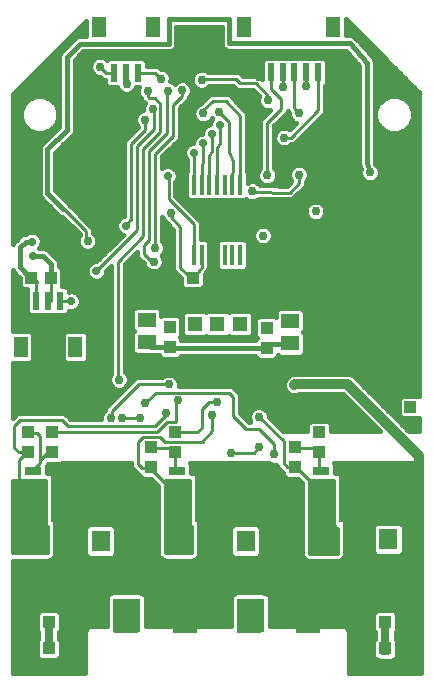
<source format=gbl>
G75*
%MOIN*%
%OFA0B0*%
%FSLAX24Y24*%
%IPPOS*%
%LPD*%
%AMOC8*
5,1,8,0,0,1.08239X$1,22.5*
%
%ADD10R,0.0515X0.0515*%
%ADD11R,0.0551X0.0276*%
%ADD12R,0.1693X0.1969*%
%ADD13R,0.0433X0.0394*%
%ADD14R,0.0394X0.0433*%
%ADD15R,0.0591X0.0512*%
%ADD16C,0.0827*%
%ADD17R,0.0236X0.0610*%
%ADD18R,0.0472X0.0709*%
%ADD19R,0.0157X0.0701*%
%ADD20R,0.0630X0.0709*%
%ADD21R,0.0787X0.1181*%
%ADD22R,0.0300X0.1280*%
%ADD23C,0.0160*%
%ADD24C,0.0100*%
%ADD25C,0.0298*%
%ADD26C,0.0098*%
%ADD27R,0.0396X0.0396*%
%ADD28C,0.0320*%
%ADD29C,0.0286*%
%ADD30C,0.0396*%
D10*
X007193Y015374D03*
X007943Y015374D03*
X008693Y015374D03*
D11*
X006600Y010477D03*
X006600Y009977D03*
X006600Y009477D03*
X006600Y008977D03*
X001800Y008977D03*
X001800Y009477D03*
X001800Y009977D03*
X001800Y010477D03*
X011400Y010477D03*
X011400Y009977D03*
X011400Y009477D03*
X011400Y008977D03*
D12*
X012837Y009727D03*
X008037Y009727D03*
X003237Y009727D03*
D13*
X002443Y011092D03*
X002443Y011761D03*
X001643Y011761D03*
X001643Y011092D03*
X005743Y011261D03*
X005743Y010592D03*
X006543Y011092D03*
X006543Y011761D03*
X007123Y016916D03*
X007792Y016916D03*
X011343Y011761D03*
X011343Y011092D03*
X010543Y011261D03*
X010543Y010592D03*
D14*
X009591Y014570D03*
X009591Y015239D03*
X006366Y015267D03*
X006366Y014597D03*
X002398Y016916D03*
X001729Y016916D03*
D15*
X005586Y015506D03*
X005586Y014758D03*
X010376Y014719D03*
X010376Y015467D03*
D16*
X011466Y008176D03*
X006645Y008176D03*
X001745Y008176D03*
D17*
X001906Y016139D03*
X002300Y016139D03*
X002694Y016139D03*
X004505Y023737D03*
X004898Y023737D03*
X005292Y023737D03*
X009328Y023757D03*
X009721Y023757D03*
X010115Y023757D03*
X010509Y023757D03*
X010902Y023757D03*
X011296Y023757D03*
D18*
X011808Y025282D03*
X008816Y025282D03*
X005804Y025263D03*
X003993Y025263D03*
X003206Y014613D03*
X001394Y014613D03*
D19*
X007162Y017674D03*
X007418Y017674D03*
X007674Y017674D03*
X007930Y017674D03*
X008186Y017674D03*
X008442Y017674D03*
X008698Y017674D03*
X008698Y020017D03*
X008442Y020017D03*
X008186Y020017D03*
X007930Y020017D03*
X007674Y020017D03*
X007418Y020017D03*
X007162Y020017D03*
D20*
X012536Y008196D03*
X013639Y008196D03*
X008894Y008137D03*
X007792Y008137D03*
X004052Y008137D03*
X002950Y008137D03*
D21*
X004898Y005637D03*
X006867Y005637D03*
X009013Y005637D03*
X010981Y005637D03*
D22*
X013540Y004982D03*
X013540Y006882D03*
X002320Y006902D03*
X002320Y005002D03*
D23*
X001123Y003731D02*
X001123Y007483D01*
X002315Y007483D01*
X002418Y007525D01*
X002496Y007604D01*
X002539Y007707D01*
X002539Y010182D01*
X002496Y010285D01*
X002418Y010364D01*
X002315Y010407D01*
X002276Y010407D01*
X002276Y010634D01*
X002293Y010677D01*
X002293Y010695D01*
X002743Y010695D01*
X002774Y010727D01*
X005062Y010727D01*
X005062Y010646D01*
X005100Y010554D01*
X005218Y010436D01*
X005288Y010366D01*
X005327Y010350D01*
X005327Y010312D01*
X005444Y010195D01*
X005721Y010195D01*
X005963Y009953D01*
X005963Y007707D01*
X006006Y007604D01*
X006085Y007525D01*
X006188Y007483D01*
X007115Y007483D01*
X007218Y007525D01*
X007296Y007604D01*
X007339Y007707D01*
X007339Y010182D01*
X007296Y010285D01*
X007218Y010364D01*
X007115Y010407D01*
X007076Y010407D01*
X007076Y010697D01*
X007046Y010727D01*
X008300Y010727D01*
X008313Y010721D01*
X008452Y010721D01*
X008466Y010727D01*
X009661Y010727D01*
X009770Y010682D01*
X009906Y010682D01*
X009920Y010648D01*
X009932Y010610D01*
X009939Y010603D01*
X009942Y010594D01*
X009971Y010565D01*
X010057Y010465D01*
X010061Y010456D01*
X010089Y010427D01*
X010115Y010397D01*
X010124Y010393D01*
X010127Y010390D01*
X010127Y010312D01*
X010244Y010195D01*
X010621Y010195D01*
X010763Y010053D01*
X010763Y007687D01*
X010806Y007585D01*
X010885Y007506D01*
X010988Y007463D01*
X011099Y007463D01*
X011974Y007463D01*
X012077Y007506D01*
X012155Y007585D01*
X012198Y007687D01*
X012198Y010182D01*
X012155Y010285D01*
X012077Y010364D01*
X011974Y010407D01*
X011876Y010407D01*
X011876Y010697D01*
X011846Y010727D01*
X014737Y010727D01*
X014737Y003731D01*
X012344Y003731D01*
X012344Y005082D01*
X012301Y005185D01*
X013142Y005185D01*
X013142Y005139D02*
X013190Y005091D01*
X013190Y004883D01*
X013142Y004835D01*
X013142Y004273D01*
X013259Y004156D01*
X013293Y004156D01*
X013307Y004142D01*
X013773Y004142D01*
X013787Y004156D01*
X013821Y004156D01*
X013938Y004273D01*
X013938Y004835D01*
X013890Y004883D01*
X013890Y005091D01*
X013938Y005139D01*
X013938Y005701D01*
X013821Y005818D01*
X013777Y005818D01*
X013773Y005822D01*
X013307Y005822D01*
X013304Y005818D01*
X013259Y005818D01*
X013142Y005701D01*
X013142Y005139D01*
X013190Y005027D02*
X012344Y005027D01*
X012344Y004868D02*
X013175Y004868D01*
X013142Y004710D02*
X012344Y004710D01*
X012344Y004551D02*
X013142Y004551D01*
X013142Y004393D02*
X012344Y004393D01*
X012344Y004234D02*
X013181Y004234D01*
X013540Y004554D02*
X013540Y004982D01*
X013142Y005344D02*
X009686Y005344D01*
X009686Y005307D02*
X009686Y006292D01*
X009569Y006409D01*
X009508Y006409D01*
X009489Y006427D01*
X008536Y006427D01*
X008518Y006409D01*
X008515Y006409D01*
X008398Y006292D01*
X008398Y005307D01*
X005552Y005307D01*
X005552Y006292D01*
X005435Y006409D01*
X005393Y006409D01*
X005375Y006427D01*
X004422Y006427D01*
X004403Y006409D01*
X004381Y006409D01*
X004264Y006292D01*
X004264Y005307D01*
X003740Y005307D01*
X003637Y005264D01*
X003559Y005185D01*
X003516Y005082D01*
X003516Y003731D01*
X001123Y003731D01*
X001123Y003759D02*
X003516Y003759D01*
X003516Y003917D02*
X001123Y003917D01*
X001123Y004076D02*
X003516Y004076D01*
X003516Y004234D02*
X002679Y004234D01*
X002718Y004273D02*
X002718Y004835D01*
X002670Y004883D01*
X002670Y005091D01*
X002718Y005139D01*
X002718Y005701D01*
X002601Y005818D01*
X002576Y005818D01*
X002553Y005842D01*
X002087Y005842D01*
X002063Y005818D01*
X002039Y005818D01*
X001922Y005701D01*
X001922Y005139D01*
X001970Y005091D01*
X001970Y004883D01*
X001922Y004835D01*
X001922Y004273D01*
X002039Y004156D01*
X002601Y004156D01*
X002718Y004273D01*
X002718Y004393D02*
X003516Y004393D01*
X003516Y004551D02*
X002718Y004551D01*
X002718Y004710D02*
X003516Y004710D01*
X003516Y004868D02*
X002685Y004868D01*
X002670Y005027D02*
X003516Y005027D01*
X003559Y005185D02*
X002718Y005185D01*
X002718Y005344D02*
X004264Y005344D01*
X004264Y005502D02*
X002718Y005502D01*
X002718Y005661D02*
X004264Y005661D01*
X004264Y005819D02*
X002575Y005819D01*
X002064Y005819D02*
X001123Y005819D01*
X001123Y005661D02*
X001922Y005661D01*
X001922Y005502D02*
X001123Y005502D01*
X001123Y005344D02*
X001922Y005344D01*
X001922Y005185D02*
X001123Y005185D01*
X001123Y005027D02*
X001970Y005027D01*
X001955Y004868D02*
X001123Y004868D01*
X001123Y004710D02*
X001922Y004710D01*
X001922Y004551D02*
X001123Y004551D01*
X001123Y004393D02*
X001922Y004393D01*
X001961Y004234D02*
X001123Y004234D01*
X001123Y005978D02*
X004264Y005978D01*
X004264Y006136D02*
X001123Y006136D01*
X001123Y006295D02*
X004267Y006295D01*
X004450Y007582D02*
X003654Y007582D01*
X003537Y007700D01*
X003537Y008574D01*
X003654Y008691D01*
X004450Y008691D01*
X004567Y008574D01*
X004567Y007700D01*
X004450Y007582D01*
X004567Y007721D02*
X005963Y007721D01*
X005963Y007880D02*
X004567Y007880D01*
X004567Y008038D02*
X005963Y008038D01*
X005963Y008197D02*
X004567Y008197D01*
X004567Y008355D02*
X005963Y008355D01*
X005963Y008514D02*
X004567Y008514D01*
X004469Y008672D02*
X005963Y008672D01*
X005963Y008831D02*
X002539Y008831D01*
X002539Y008989D02*
X005963Y008989D01*
X005963Y009148D02*
X002539Y009148D01*
X002539Y009306D02*
X005963Y009306D01*
X005963Y009465D02*
X002539Y009465D01*
X002539Y009623D02*
X005963Y009623D01*
X005963Y009782D02*
X002539Y009782D01*
X002539Y009940D02*
X005963Y009940D01*
X005818Y010099D02*
X002539Y010099D01*
X002508Y010257D02*
X005382Y010257D01*
X005239Y010416D02*
X002276Y010416D01*
X002276Y010574D02*
X005092Y010574D01*
X004077Y012205D02*
X003045Y012205D01*
X002983Y012268D01*
X002848Y012402D01*
X001280Y012402D01*
X001123Y012245D01*
X001123Y014079D01*
X001705Y014079D01*
X001811Y014184D01*
X001811Y015042D01*
X001705Y015148D01*
X001123Y015148D01*
X001123Y017153D01*
X001135Y017123D01*
X001208Y017050D01*
X001352Y016906D01*
X001352Y016625D01*
X001458Y016520D01*
X001610Y016520D01*
X001608Y016518D01*
X001608Y015759D01*
X001714Y015654D01*
X002099Y015654D01*
X002103Y015658D01*
X002107Y015654D01*
X002493Y015654D01*
X002497Y015658D01*
X002501Y015654D01*
X002886Y015654D01*
X002992Y015759D01*
X002992Y015811D01*
X003003Y015806D01*
X003132Y015806D01*
X003251Y015855D01*
X003342Y015946D01*
X003391Y016065D01*
X003391Y016193D01*
X003342Y016312D01*
X003251Y016403D01*
X003132Y016452D01*
X003003Y016452D01*
X002992Y016447D01*
X002992Y016518D01*
X002886Y016624D01*
X002774Y016624D01*
X002775Y016625D01*
X002775Y017207D01*
X002670Y017313D01*
X002658Y017313D01*
X002658Y017421D01*
X002619Y017516D01*
X002363Y017772D01*
X002290Y017845D01*
X002194Y017885D01*
X001993Y017885D01*
X002042Y017934D01*
X002091Y018053D01*
X002091Y018181D01*
X002042Y018300D01*
X001951Y018391D01*
X001833Y018440D01*
X001704Y018440D01*
X001586Y018391D01*
X001572Y018377D01*
X001500Y018377D01*
X001405Y018338D01*
X001332Y018264D01*
X001135Y018068D01*
X001123Y018038D01*
X001123Y023021D01*
X003577Y025475D01*
X003577Y024972D01*
X003311Y024972D01*
X003216Y024932D01*
X002783Y024499D01*
X002710Y024426D01*
X002670Y024330D01*
X002670Y021945D01*
X002130Y021405D01*
X002057Y021332D01*
X002017Y021237D01*
X002017Y019683D01*
X002057Y019587D01*
X002130Y019514D01*
X002665Y018979D01*
X002760Y018940D01*
X002766Y018940D01*
X003350Y018357D01*
X003350Y018333D01*
X003340Y018323D01*
X003290Y018202D01*
X003290Y018071D01*
X003340Y017951D01*
X003433Y017858D01*
X003553Y017808D01*
X003684Y017808D01*
X003805Y017858D01*
X003898Y017951D01*
X003948Y018071D01*
X003948Y018202D01*
X003898Y018323D01*
X003810Y018411D01*
X003810Y018547D01*
X003675Y018682D01*
X003061Y019295D01*
X003048Y019308D01*
X003032Y019347D01*
X002537Y019842D01*
X002537Y021077D01*
X003150Y021690D01*
X003190Y021786D01*
X003190Y024171D01*
X003471Y024452D01*
X006367Y024452D01*
X006463Y024491D01*
X006536Y024564D01*
X006576Y024660D01*
X006576Y025278D01*
X008083Y025278D01*
X008083Y024680D01*
X008123Y024584D01*
X008196Y024511D01*
X008292Y024471D01*
X012241Y024471D01*
X012670Y023984D01*
X012670Y020747D01*
X012666Y020707D01*
X012670Y020696D01*
X012670Y020684D01*
X012685Y020647D01*
X012720Y020535D01*
X012699Y020486D01*
X012699Y020355D01*
X012750Y020234D01*
X012842Y020141D01*
X012963Y020091D01*
X013094Y020091D01*
X013215Y020141D01*
X013307Y020234D01*
X013357Y020355D01*
X013357Y020486D01*
X013307Y020607D01*
X013215Y020699D01*
X013213Y020700D01*
X013190Y020775D01*
X013190Y024073D01*
X013193Y024117D01*
X013190Y024125D01*
X013190Y024133D01*
X013173Y024173D01*
X013159Y024214D01*
X013154Y024221D01*
X013150Y024229D01*
X013120Y024260D01*
X012583Y024871D01*
X012579Y024879D01*
X012549Y024909D01*
X012520Y024942D01*
X012512Y024946D01*
X012506Y024952D01*
X012466Y024968D01*
X012427Y024987D01*
X012419Y024988D01*
X012411Y024991D01*
X012367Y024991D01*
X012324Y024994D01*
X012316Y024991D01*
X012224Y024991D01*
X012224Y025534D01*
X014678Y023080D01*
X014664Y012959D01*
X014640Y012983D01*
X014094Y012983D01*
X013989Y012878D01*
X013989Y012333D01*
X014094Y012227D01*
X014640Y012227D01*
X014663Y012250D01*
X014662Y011798D01*
X014316Y011798D01*
X012549Y013566D01*
X012453Y013661D01*
X012328Y013713D01*
X010480Y013713D01*
X010355Y013661D01*
X010260Y013566D01*
X010220Y013526D01*
X010169Y013401D01*
X010169Y013266D01*
X010220Y013141D01*
X010316Y013045D01*
X010441Y012994D01*
X010576Y012994D01*
X010671Y013033D01*
X012120Y013033D01*
X013355Y011798D01*
X011740Y011798D01*
X011740Y012033D01*
X011634Y012138D01*
X011052Y012138D01*
X010947Y012033D01*
X010947Y011798D01*
X010141Y011798D01*
X009656Y012271D01*
X009656Y012336D01*
X009606Y012457D01*
X009514Y012549D01*
X009393Y012600D01*
X009262Y012600D01*
X009141Y012549D01*
X009049Y012457D01*
X008999Y012336D01*
X008999Y012205D01*
X009039Y012107D01*
X008990Y012107D01*
X008691Y012405D01*
X008691Y013035D01*
X008419Y013308D01*
X006664Y013308D01*
X006664Y013419D01*
X006614Y013540D01*
X006522Y013632D01*
X006401Y013682D01*
X006270Y013682D01*
X006149Y013632D01*
X006105Y013588D01*
X005429Y013601D01*
X005427Y013603D01*
X005334Y013603D01*
X005241Y013605D01*
X005239Y013603D01*
X005236Y013603D01*
X005170Y013537D01*
X005103Y013473D01*
X005103Y013470D01*
X004331Y012698D01*
X004196Y012563D01*
X004196Y012506D01*
X004127Y012437D01*
X004077Y012316D01*
X004077Y012205D01*
X004078Y012318D02*
X002933Y012318D01*
X004166Y012476D02*
X001123Y012476D01*
X001123Y012318D02*
X001195Y012318D01*
X001123Y012635D02*
X004268Y012635D01*
X004426Y012793D02*
X001123Y012793D01*
X001123Y012952D02*
X004585Y012952D01*
X004743Y013110D02*
X001123Y013110D01*
X001123Y013269D02*
X004439Y013269D01*
X004476Y013232D02*
X004597Y013182D01*
X004728Y013182D01*
X004849Y013232D01*
X004941Y013325D01*
X004991Y013445D01*
X004991Y013576D01*
X004941Y013697D01*
X004873Y013766D01*
X004873Y017354D01*
X005279Y017770D01*
X005279Y017608D01*
X005413Y017474D01*
X005495Y017392D01*
X005495Y017382D01*
X005545Y017262D01*
X005637Y017169D01*
X005758Y017119D01*
X005889Y017119D01*
X006010Y017169D01*
X006102Y017262D01*
X006153Y017382D01*
X006153Y017513D01*
X006102Y017634D01*
X006082Y017655D01*
X006142Y017714D01*
X006192Y017835D01*
X006192Y017966D01*
X006142Y018087D01*
X006093Y018136D01*
X006093Y018950D01*
X006116Y018895D01*
X006164Y018847D01*
X006164Y018829D01*
X006479Y018514D01*
X006479Y017156D01*
X006726Y016909D01*
X006726Y016645D01*
X006832Y016539D01*
X007414Y016539D01*
X007519Y016645D01*
X007519Y017025D01*
X007591Y017119D01*
X007648Y017175D01*
X007648Y017192D01*
X007658Y017206D01*
X007656Y017228D01*
X007677Y017249D01*
X007677Y018099D01*
X007571Y018205D01*
X007392Y018205D01*
X007392Y018783D01*
X006546Y019630D01*
X006546Y020095D01*
X006570Y020119D01*
X006619Y020238D01*
X006619Y020366D01*
X006570Y020485D01*
X006479Y020576D01*
X006360Y020625D01*
X006232Y020625D01*
X006113Y020576D01*
X006093Y020556D01*
X006093Y020955D01*
X006549Y021411D01*
X006684Y021545D01*
X006684Y022569D01*
X006864Y022749D01*
X006999Y022884D01*
X006999Y022921D01*
X007047Y022970D01*
X007097Y023091D01*
X007097Y023222D01*
X007047Y023343D01*
X006955Y023435D01*
X006834Y023485D01*
X006703Y023485D01*
X006582Y023435D01*
X006522Y023376D01*
X006482Y023416D01*
X006378Y023459D01*
X006389Y023485D01*
X006389Y023616D01*
X006339Y023737D01*
X006246Y023829D01*
X006125Y023879D01*
X006056Y023879D01*
X005968Y023967D01*
X005590Y023967D01*
X005590Y024117D01*
X005485Y024222D01*
X005099Y024222D01*
X005095Y024218D01*
X005091Y024222D01*
X004706Y024222D01*
X004702Y024218D01*
X004697Y024222D01*
X004312Y024222D01*
X004266Y024176D01*
X004219Y024223D01*
X004098Y024273D01*
X003967Y024273D01*
X003846Y024223D01*
X003753Y024130D01*
X003703Y024009D01*
X003703Y023878D01*
X003753Y023758D01*
X003846Y023665D01*
X003967Y023615D01*
X004036Y023615D01*
X004144Y023507D01*
X004207Y023507D01*
X004207Y023358D01*
X004312Y023252D01*
X004612Y023252D01*
X004639Y023187D01*
X004732Y023094D01*
X004853Y023044D01*
X004984Y023044D01*
X005104Y023094D01*
X005197Y023187D01*
X005224Y023252D01*
X005319Y023252D01*
X005298Y023202D01*
X005298Y023071D01*
X005348Y022951D01*
X005397Y022902D01*
X005397Y022845D01*
X005520Y022721D01*
X005475Y022612D01*
X005475Y022501D01*
X005463Y022501D01*
X005342Y022451D01*
X005250Y022359D01*
X005199Y022238D01*
X005199Y022107D01*
X005250Y021986D01*
X005298Y021937D01*
X005298Y021933D01*
X004961Y021595D01*
X004961Y021595D01*
X004826Y021460D01*
X004826Y018968D01*
X004715Y018922D01*
X004625Y018832D01*
X004575Y018713D01*
X004575Y018584D01*
X004625Y018466D01*
X004715Y018375D01*
X004797Y018341D01*
X003912Y017456D01*
X003850Y017456D01*
X003731Y017407D01*
X003640Y017316D01*
X003591Y017197D01*
X003591Y017069D01*
X003640Y016950D01*
X003731Y016859D01*
X003850Y016810D01*
X003978Y016810D01*
X004097Y016859D01*
X004188Y016950D01*
X004237Y017069D01*
X004237Y017131D01*
X004413Y017306D01*
X004413Y013726D01*
X004383Y013697D01*
X004333Y013576D01*
X004333Y013445D01*
X004383Y013325D01*
X004476Y013232D01*
X004341Y013427D02*
X001123Y013427D01*
X001123Y013586D02*
X004337Y013586D01*
X004413Y013744D02*
X001123Y013744D01*
X001123Y013903D02*
X004413Y013903D01*
X004413Y014061D02*
X001123Y014061D01*
X001123Y015171D02*
X004413Y015171D01*
X004413Y015329D02*
X001123Y015329D01*
X001123Y015488D02*
X004413Y015488D01*
X004413Y015646D02*
X001123Y015646D01*
X001123Y015805D02*
X001608Y015805D01*
X001608Y015963D02*
X001123Y015963D01*
X001123Y016122D02*
X001608Y016122D01*
X001608Y016280D02*
X001123Y016280D01*
X001123Y016439D02*
X001608Y016439D01*
X001380Y016597D02*
X001123Y016597D01*
X001123Y016756D02*
X001352Y016756D01*
X001344Y016914D02*
X001123Y016914D01*
X001123Y017073D02*
X001185Y017073D01*
X001355Y017271D02*
X001355Y017920D01*
X001552Y018117D01*
X001769Y018117D01*
X001788Y017625D02*
X002143Y017625D01*
X002398Y017369D01*
X002398Y016916D01*
X002280Y016798D01*
X001887Y016759D02*
X001729Y016916D01*
X001709Y016916D01*
X001355Y017271D01*
X001249Y018182D02*
X001123Y018182D01*
X001123Y018341D02*
X001412Y018341D01*
X001123Y018499D02*
X003207Y018499D01*
X003350Y018341D02*
X002002Y018341D01*
X002091Y018182D02*
X003290Y018182D01*
X003310Y018024D02*
X002079Y018024D01*
X002242Y017865D02*
X003425Y017865D01*
X003812Y017865D02*
X004321Y017865D01*
X004163Y017707D02*
X002429Y017707D01*
X002587Y017548D02*
X004004Y017548D01*
X003714Y017390D02*
X002658Y017390D01*
X002752Y017231D02*
X003605Y017231D01*
X003591Y017073D02*
X002775Y017073D01*
X002775Y016914D02*
X003676Y016914D01*
X004152Y016914D02*
X004413Y016914D01*
X004413Y016756D02*
X002775Y016756D01*
X002913Y016597D02*
X004413Y016597D01*
X004413Y016439D02*
X003164Y016439D01*
X003355Y016280D02*
X004413Y016280D01*
X004413Y016122D02*
X003391Y016122D01*
X003349Y015963D02*
X004413Y015963D01*
X004413Y015805D02*
X002992Y015805D01*
X002895Y015148D02*
X002789Y015042D01*
X002789Y014184D01*
X002895Y014079D01*
X003516Y014079D01*
X003622Y014184D01*
X003622Y015042D01*
X003516Y015148D01*
X002895Y015148D01*
X002789Y015012D02*
X001811Y015012D01*
X001811Y014854D02*
X002789Y014854D01*
X002789Y014695D02*
X001811Y014695D01*
X001811Y014537D02*
X002789Y014537D01*
X002789Y014378D02*
X001811Y014378D01*
X001811Y014220D02*
X002789Y014220D01*
X003622Y014220D02*
X004413Y014220D01*
X004413Y014378D02*
X003622Y014378D01*
X003622Y014537D02*
X004413Y014537D01*
X004413Y014695D02*
X003622Y014695D01*
X003622Y014854D02*
X004413Y014854D01*
X004413Y015012D02*
X003622Y015012D01*
X004237Y017073D02*
X004413Y017073D01*
X004413Y017231D02*
X004338Y017231D01*
X004480Y018024D02*
X003928Y018024D01*
X003948Y018182D02*
X004638Y018182D01*
X004797Y018341D02*
X003880Y018341D01*
X003810Y018499D02*
X004611Y018499D01*
X004575Y018658D02*
X003699Y018658D01*
X003675Y018682D02*
X003675Y018682D01*
X003540Y018816D02*
X004618Y018816D01*
X004826Y018975D02*
X003382Y018975D01*
X003223Y019133D02*
X004826Y019133D01*
X004826Y019292D02*
X003065Y019292D01*
X003061Y019295D02*
X003061Y019295D01*
X002929Y019450D02*
X004826Y019450D01*
X004826Y019609D02*
X002771Y019609D01*
X002612Y019767D02*
X004826Y019767D01*
X004826Y019926D02*
X002537Y019926D01*
X002537Y020084D02*
X004826Y020084D01*
X004826Y020243D02*
X002537Y020243D01*
X002537Y020401D02*
X004826Y020401D01*
X004826Y020560D02*
X002537Y020560D01*
X002537Y020718D02*
X004826Y020718D01*
X004826Y020877D02*
X002537Y020877D01*
X002537Y021035D02*
X004826Y021035D01*
X004826Y021194D02*
X002654Y021194D01*
X002812Y021352D02*
X004826Y021352D01*
X004876Y021511D02*
X002971Y021511D01*
X003129Y021669D02*
X005035Y021669D01*
X005193Y021828D02*
X003190Y021828D01*
X003190Y021986D02*
X005249Y021986D01*
X005199Y022145D02*
X003190Y022145D01*
X003190Y022303D02*
X005227Y022303D01*
X005367Y022462D02*
X003190Y022462D01*
X003190Y022620D02*
X005479Y022620D01*
X005463Y022779D02*
X003190Y022779D01*
X003190Y022937D02*
X005361Y022937D01*
X005298Y023096D02*
X005106Y023096D01*
X004730Y023096D02*
X003190Y023096D01*
X003190Y023254D02*
X004310Y023254D01*
X004207Y023413D02*
X003190Y023413D01*
X003190Y023571D02*
X004080Y023571D01*
X003781Y023730D02*
X003190Y023730D01*
X003190Y023888D02*
X003703Y023888D01*
X003719Y024047D02*
X003190Y024047D01*
X003224Y024205D02*
X003828Y024205D01*
X004236Y024205D02*
X004295Y024205D01*
X003577Y024998D02*
X003099Y024998D01*
X003123Y024839D02*
X002940Y024839D01*
X002964Y024681D02*
X002782Y024681D01*
X002806Y024522D02*
X002623Y024522D01*
X002684Y024364D02*
X002465Y024364D01*
X002306Y024205D02*
X002670Y024205D01*
X002670Y024047D02*
X002148Y024047D01*
X001989Y023888D02*
X002670Y023888D01*
X002670Y023730D02*
X001831Y023730D01*
X001672Y023571D02*
X002670Y023571D01*
X002670Y023413D02*
X001514Y023413D01*
X001355Y023254D02*
X002670Y023254D01*
X002670Y023096D02*
X001197Y023096D01*
X001123Y022937D02*
X001813Y022937D01*
X001900Y022973D02*
X001671Y022878D01*
X001496Y022703D01*
X001401Y022473D01*
X001401Y022225D01*
X001496Y021996D01*
X001671Y021821D01*
X001900Y021726D01*
X002148Y021726D01*
X002378Y021821D01*
X002553Y021996D01*
X002648Y022225D01*
X002648Y022473D01*
X002553Y022703D01*
X002378Y022878D01*
X002148Y022973D01*
X001900Y022973D01*
X002235Y022937D02*
X002670Y022937D01*
X002670Y022779D02*
X002477Y022779D01*
X002587Y022620D02*
X002670Y022620D01*
X002670Y022462D02*
X002648Y022462D01*
X002648Y022303D02*
X002670Y022303D01*
X002670Y022145D02*
X002615Y022145D01*
X002670Y021986D02*
X002543Y021986D01*
X002552Y021828D02*
X002385Y021828D01*
X002394Y021669D02*
X001123Y021669D01*
X001123Y021511D02*
X002235Y021511D01*
X002077Y021352D02*
X001123Y021352D01*
X001123Y021194D02*
X002017Y021194D01*
X002017Y021035D02*
X001123Y021035D01*
X001123Y020877D02*
X002017Y020877D01*
X002017Y020718D02*
X001123Y020718D01*
X001123Y020560D02*
X002017Y020560D01*
X002017Y020401D02*
X001123Y020401D01*
X001123Y020243D02*
X002017Y020243D01*
X002017Y020084D02*
X001123Y020084D01*
X001123Y019926D02*
X002017Y019926D01*
X002017Y019767D02*
X001123Y019767D01*
X001123Y019609D02*
X002048Y019609D01*
X002194Y019450D02*
X001123Y019450D01*
X001123Y019292D02*
X002352Y019292D01*
X002511Y019133D02*
X001123Y019133D01*
X001123Y018975D02*
X002676Y018975D01*
X002812Y019200D02*
X002277Y019734D01*
X002277Y021150D01*
X002277Y021185D01*
X002930Y021838D01*
X002930Y024279D01*
X003363Y024712D01*
X006316Y024712D01*
X006316Y025538D01*
X008343Y025538D01*
X008343Y024731D01*
X012359Y024731D01*
X012930Y024082D01*
X012930Y020735D01*
X013028Y020420D01*
X013208Y020718D02*
X014675Y020718D01*
X014675Y020560D02*
X013327Y020560D01*
X013357Y020401D02*
X014674Y020401D01*
X014674Y020243D02*
X013311Y020243D01*
X013190Y020877D02*
X014675Y020877D01*
X014675Y021035D02*
X013190Y021035D01*
X013190Y021194D02*
X014676Y021194D01*
X014676Y021352D02*
X013190Y021352D01*
X013190Y021511D02*
X014676Y021511D01*
X014676Y021669D02*
X013190Y021669D01*
X013190Y021828D02*
X013475Y021828D01*
X013482Y021821D02*
X013711Y021726D01*
X013959Y021726D01*
X014189Y021821D01*
X014364Y021996D01*
X014459Y022225D01*
X014459Y022473D01*
X014364Y022703D01*
X014189Y022878D01*
X013959Y022973D01*
X013711Y022973D01*
X013482Y022878D01*
X013307Y022703D01*
X013212Y022473D01*
X013212Y022225D01*
X013307Y021996D01*
X013482Y021821D01*
X013317Y021986D02*
X013190Y021986D01*
X013190Y022145D02*
X013245Y022145D01*
X013212Y022303D02*
X013190Y022303D01*
X013190Y022462D02*
X013212Y022462D01*
X013190Y022620D02*
X013272Y022620D01*
X013190Y022779D02*
X013383Y022779D01*
X013190Y022937D02*
X013624Y022937D01*
X014046Y022937D02*
X014678Y022937D01*
X014678Y022779D02*
X014288Y022779D01*
X014398Y022620D02*
X014678Y022620D01*
X014677Y022462D02*
X014459Y022462D01*
X014459Y022303D02*
X014677Y022303D01*
X014677Y022145D02*
X014426Y022145D01*
X014354Y021986D02*
X014677Y021986D01*
X014677Y021828D02*
X014196Y021828D01*
X014663Y023096D02*
X013190Y023096D01*
X013190Y023254D02*
X014504Y023254D01*
X014346Y023413D02*
X013190Y023413D01*
X013190Y023571D02*
X014187Y023571D01*
X014029Y023730D02*
X013190Y023730D01*
X013190Y023888D02*
X013870Y023888D01*
X013712Y024047D02*
X013190Y024047D01*
X013163Y024205D02*
X013553Y024205D01*
X013395Y024364D02*
X013028Y024364D01*
X012889Y024522D02*
X013236Y024522D01*
X013078Y024681D02*
X012750Y024681D01*
X012610Y024839D02*
X012919Y024839D01*
X012761Y024998D02*
X012224Y024998D01*
X012224Y025156D02*
X012602Y025156D01*
X012444Y025315D02*
X012224Y025315D01*
X012224Y025473D02*
X012285Y025473D01*
X012336Y024364D02*
X003383Y024364D01*
X003257Y025156D02*
X003577Y025156D01*
X003577Y025315D02*
X003416Y025315D01*
X003574Y025473D02*
X003577Y025473D01*
X005502Y024205D02*
X009492Y024205D01*
X009529Y024242D02*
X009423Y024137D01*
X009423Y023524D01*
X009324Y023623D01*
X008793Y023623D01*
X008790Y023626D01*
X008655Y023761D01*
X007634Y023761D01*
X007604Y023790D01*
X007484Y023840D01*
X007353Y023840D01*
X007232Y023790D01*
X007139Y023697D01*
X007089Y023576D01*
X007089Y023445D01*
X007139Y023325D01*
X007232Y023232D01*
X007353Y023182D01*
X007484Y023182D01*
X007604Y023232D01*
X007673Y023301D01*
X008465Y023301D01*
X008602Y023163D01*
X009134Y023163D01*
X009342Y022955D01*
X009314Y022887D01*
X009314Y022756D01*
X009364Y022636D01*
X009456Y022543D01*
X009577Y022493D01*
X009697Y022493D01*
X009373Y022169D01*
X009373Y020557D01*
X009324Y020508D01*
X009274Y020387D01*
X009274Y020256D01*
X009324Y020136D01*
X009417Y020043D01*
X009534Y019994D01*
X009369Y019997D01*
X009297Y020069D01*
X009176Y020119D01*
X009046Y020119D01*
X008956Y020082D01*
X008956Y020442D01*
X008928Y020470D01*
X008928Y022308D01*
X008930Y022401D01*
X008928Y022403D01*
X008928Y022405D01*
X008862Y022471D01*
X008455Y022895D01*
X008455Y022897D01*
X008390Y022963D01*
X008325Y023030D01*
X008322Y023030D01*
X008320Y023032D01*
X008228Y023032D01*
X008135Y023034D01*
X008133Y023032D01*
X007697Y023032D01*
X007562Y022897D01*
X007362Y022697D01*
X007291Y022668D01*
X007198Y022575D01*
X007148Y022454D01*
X007148Y022323D01*
X007198Y022202D01*
X007291Y022110D01*
X007412Y022060D01*
X007543Y022060D01*
X007663Y022110D01*
X007756Y022202D01*
X007766Y022226D01*
X007774Y022217D01*
X007755Y022198D01*
X007705Y022079D01*
X007705Y022023D01*
X007689Y022023D01*
X007570Y021974D01*
X007479Y021883D01*
X007430Y021764D01*
X007430Y021708D01*
X007393Y021708D01*
X007275Y021659D01*
X007184Y021568D01*
X007134Y021449D01*
X007134Y021393D01*
X007098Y021393D01*
X006979Y021344D01*
X006888Y021253D01*
X006839Y021134D01*
X006839Y021006D01*
X006888Y020887D01*
X006932Y020843D01*
X006932Y020470D01*
X006903Y020442D01*
X006903Y019592D01*
X007009Y019486D01*
X008851Y019486D01*
X008900Y019536D01*
X008925Y019512D01*
X009046Y019461D01*
X009176Y019461D01*
X009297Y019512D01*
X009324Y019538D01*
X010254Y019523D01*
X010256Y019521D01*
X010349Y019521D01*
X010443Y019519D01*
X010444Y019521D01*
X010446Y019521D01*
X010512Y019587D01*
X010580Y019652D01*
X010580Y019654D01*
X010761Y019836D01*
X010896Y019971D01*
X010896Y020106D01*
X010945Y020155D01*
X010995Y020276D01*
X010995Y020407D01*
X010945Y020528D01*
X010852Y020620D01*
X010732Y020670D01*
X010601Y020670D01*
X010480Y020620D01*
X010387Y020528D01*
X010337Y020407D01*
X010337Y020276D01*
X010387Y020155D01*
X010409Y020134D01*
X010257Y019983D01*
X009623Y019993D01*
X009669Y019993D01*
X009789Y020043D01*
X009882Y020136D01*
X009932Y020256D01*
X009932Y020387D01*
X009882Y020508D01*
X009833Y020557D01*
X009833Y021979D01*
X010286Y022431D01*
X010286Y022463D01*
X010337Y022412D01*
X010337Y022323D01*
X010387Y022202D01*
X010480Y022110D01*
X010560Y022077D01*
X010349Y021865D01*
X010239Y021911D01*
X010109Y021911D01*
X009988Y021861D01*
X009895Y021768D01*
X009845Y021647D01*
X009845Y021516D01*
X009895Y021395D01*
X009988Y021303D01*
X010109Y021253D01*
X010239Y021253D01*
X010360Y021303D01*
X010409Y021352D01*
X010486Y021352D01*
X012670Y021352D01*
X012670Y021194D02*
X009833Y021194D01*
X009833Y021352D02*
X009938Y021352D01*
X009847Y021511D02*
X009833Y021511D01*
X009833Y021669D02*
X009854Y021669D01*
X009833Y021828D02*
X009955Y021828D01*
X009841Y021986D02*
X010470Y021986D01*
X010445Y022145D02*
X009999Y022145D01*
X010158Y022303D02*
X010346Y022303D01*
X010286Y022462D02*
X010288Y022462D01*
X010803Y021669D02*
X012670Y021669D01*
X012670Y021511D02*
X010645Y021511D01*
X010486Y021352D02*
X011526Y022392D01*
X011526Y023309D01*
X011594Y023377D01*
X011594Y024137D01*
X011489Y024242D01*
X011103Y024242D01*
X011099Y024238D01*
X011095Y024242D01*
X010710Y024242D01*
X010706Y024238D01*
X010701Y024242D01*
X010316Y024242D01*
X010312Y024238D01*
X010308Y024242D01*
X009922Y024242D01*
X009918Y024238D01*
X009914Y024242D01*
X009529Y024242D01*
X009423Y024047D02*
X005590Y024047D01*
X006047Y023888D02*
X009423Y023888D01*
X009423Y023730D02*
X008686Y023730D01*
X008511Y023254D02*
X007627Y023254D01*
X007602Y022937D02*
X007014Y022937D01*
X007097Y023096D02*
X009201Y023096D01*
X009334Y022937D02*
X008416Y022937D01*
X008567Y022779D02*
X009314Y022779D01*
X009379Y022620D02*
X008719Y022620D01*
X008871Y022462D02*
X009666Y022462D01*
X009507Y022303D02*
X008928Y022303D01*
X008928Y022145D02*
X009373Y022145D01*
X009373Y021986D02*
X008928Y021986D01*
X008928Y021828D02*
X009373Y021828D01*
X009373Y021669D02*
X008928Y021669D01*
X008928Y021511D02*
X009373Y021511D01*
X009373Y021352D02*
X008928Y021352D01*
X008928Y021194D02*
X009373Y021194D01*
X009373Y021035D02*
X008928Y021035D01*
X008928Y020877D02*
X009373Y020877D01*
X009373Y020718D02*
X008928Y020718D01*
X008928Y020560D02*
X009373Y020560D01*
X009280Y020401D02*
X008956Y020401D01*
X008956Y020243D02*
X009280Y020243D01*
X009261Y020084D02*
X009376Y020084D01*
X009831Y020084D02*
X010359Y020084D01*
X010351Y020243D02*
X009926Y020243D01*
X009926Y020401D02*
X010337Y020401D01*
X010419Y020560D02*
X009833Y020560D01*
X009833Y020718D02*
X012667Y020718D01*
X012670Y020877D02*
X009833Y020877D01*
X009833Y021035D02*
X012670Y021035D01*
X012712Y020560D02*
X010913Y020560D01*
X010995Y020401D02*
X012699Y020401D01*
X012746Y020243D02*
X010981Y020243D01*
X010896Y020084D02*
X014674Y020084D01*
X014674Y019926D02*
X010851Y019926D01*
X010693Y019767D02*
X014674Y019767D01*
X014673Y019609D02*
X010535Y019609D01*
X010938Y019307D02*
X010888Y019186D01*
X010888Y019056D01*
X010938Y018935D01*
X011031Y018842D01*
X011152Y018792D01*
X011283Y018792D01*
X011404Y018842D01*
X011496Y018935D01*
X011546Y019056D01*
X011546Y019186D01*
X011496Y019307D01*
X011404Y019400D01*
X011283Y019450D01*
X011152Y019450D01*
X011031Y019400D01*
X010938Y019307D01*
X010932Y019292D02*
X006884Y019292D01*
X006725Y019450D02*
X014673Y019450D01*
X014673Y019292D02*
X011503Y019292D01*
X011546Y019133D02*
X014673Y019133D01*
X014672Y018975D02*
X011513Y018975D01*
X011341Y018816D02*
X014672Y018816D01*
X014672Y018658D02*
X007392Y018658D01*
X007392Y018499D02*
X009186Y018499D01*
X009187Y018500D02*
X009136Y018379D01*
X009136Y018249D01*
X009187Y018128D01*
X009279Y018035D01*
X009400Y017985D01*
X009531Y017985D01*
X009652Y018035D01*
X009744Y018128D01*
X009794Y018249D01*
X009794Y018379D01*
X009744Y018500D01*
X009652Y018593D01*
X009531Y018643D01*
X009400Y018643D01*
X009279Y018593D01*
X009187Y018500D01*
X009136Y018341D02*
X007392Y018341D01*
X007594Y018182D02*
X008010Y018182D01*
X008033Y018205D02*
X008288Y018205D01*
X008851Y018205D01*
X008956Y018099D01*
X008956Y017249D01*
X008851Y017144D01*
X008033Y017144D01*
X007927Y017249D01*
X007927Y018099D01*
X008033Y018205D01*
X007927Y018024D02*
X007677Y018024D01*
X007677Y017865D02*
X007927Y017865D01*
X007927Y017707D02*
X007677Y017707D01*
X007677Y017548D02*
X007927Y017548D01*
X007927Y017390D02*
X007677Y017390D01*
X007659Y017231D02*
X007945Y017231D01*
X007556Y017073D02*
X014670Y017073D01*
X014670Y017231D02*
X008938Y017231D01*
X008956Y017390D02*
X014670Y017390D01*
X014670Y017548D02*
X008956Y017548D01*
X008956Y017707D02*
X014671Y017707D01*
X014671Y017865D02*
X008956Y017865D01*
X008956Y018024D02*
X009307Y018024D01*
X009164Y018182D02*
X008873Y018182D01*
X009624Y018024D02*
X014671Y018024D01*
X014671Y018182D02*
X009767Y018182D01*
X009794Y018341D02*
X014672Y018341D01*
X014672Y018499D02*
X009745Y018499D01*
X008961Y020084D02*
X008956Y020084D01*
X007600Y021986D02*
X006684Y021986D01*
X006684Y021828D02*
X007456Y021828D01*
X007300Y021669D02*
X006684Y021669D01*
X006649Y021511D02*
X007160Y021511D01*
X007000Y021352D02*
X006490Y021352D01*
X006332Y021194D02*
X006864Y021194D01*
X006839Y021035D02*
X006173Y021035D01*
X006093Y020877D02*
X006899Y020877D01*
X006932Y020718D02*
X006093Y020718D01*
X006093Y020560D02*
X006097Y020560D01*
X006495Y020560D02*
X006932Y020560D01*
X006903Y020401D02*
X006605Y020401D01*
X006619Y020243D02*
X006903Y020243D01*
X006903Y020084D02*
X006546Y020084D01*
X006546Y019926D02*
X006903Y019926D01*
X006903Y019767D02*
X006546Y019767D01*
X006567Y019609D02*
X006903Y019609D01*
X007042Y019133D02*
X010888Y019133D01*
X010922Y018975D02*
X007201Y018975D01*
X007359Y018816D02*
X011094Y018816D01*
X010745Y015903D02*
X010006Y015903D01*
X009900Y015797D01*
X009900Y015598D01*
X009863Y015636D01*
X009320Y015636D01*
X009214Y015530D01*
X009214Y014948D01*
X009258Y014905D01*
X009214Y014861D01*
X009214Y014834D01*
X006743Y014834D01*
X006743Y014889D01*
X006699Y014932D01*
X006743Y014976D01*
X006743Y015558D01*
X006638Y015663D01*
X006095Y015663D01*
X006061Y015630D01*
X006061Y015837D01*
X005956Y015942D01*
X005216Y015942D01*
X005111Y015837D01*
X005111Y015176D01*
X005154Y015132D01*
X005111Y015089D01*
X005111Y014428D01*
X005216Y014322D01*
X005956Y014322D01*
X005967Y014334D01*
X005989Y014334D01*
X005989Y014306D01*
X006095Y014201D01*
X006638Y014201D01*
X006743Y014306D01*
X006743Y014314D01*
X009214Y014314D01*
X009214Y014279D01*
X009320Y014173D01*
X009863Y014173D01*
X009968Y014279D01*
X009968Y014320D01*
X010006Y014283D01*
X010745Y014283D01*
X010851Y014388D01*
X010851Y015049D01*
X010807Y015093D01*
X010851Y015136D01*
X010851Y015797D01*
X010745Y015903D01*
X010843Y015805D02*
X014668Y015805D01*
X014668Y015963D02*
X004873Y015963D01*
X004873Y015805D02*
X005111Y015805D01*
X005111Y015646D02*
X004873Y015646D01*
X004873Y015488D02*
X005111Y015488D01*
X005111Y015329D02*
X004873Y015329D01*
X004873Y015171D02*
X005116Y015171D01*
X005111Y015012D02*
X004873Y015012D01*
X004873Y014854D02*
X005111Y014854D01*
X005111Y014695D02*
X004873Y014695D01*
X004873Y014537D02*
X005111Y014537D01*
X005160Y014378D02*
X004873Y014378D01*
X004873Y014220D02*
X006076Y014220D01*
X006355Y014574D02*
X006335Y014594D01*
X005745Y014594D01*
X005587Y014751D01*
X006061Y015646D02*
X006078Y015646D01*
X006061Y015805D02*
X006855Y015805D01*
X006861Y015811D02*
X006756Y015706D01*
X006756Y015042D01*
X006861Y014936D01*
X007525Y014936D01*
X007568Y014979D01*
X007611Y014936D01*
X008275Y014936D01*
X008318Y014979D01*
X008361Y014936D01*
X009025Y014936D01*
X009131Y015042D01*
X009131Y015706D01*
X009025Y015811D01*
X008361Y015811D01*
X008318Y015768D01*
X008275Y015811D01*
X007611Y015811D01*
X007568Y015768D01*
X007525Y015811D01*
X006861Y015811D01*
X006756Y015646D02*
X006655Y015646D01*
X006743Y015488D02*
X006756Y015488D01*
X006743Y015329D02*
X006756Y015329D01*
X006743Y015171D02*
X006756Y015171D01*
X006743Y015012D02*
X006786Y015012D01*
X006743Y014854D02*
X009214Y014854D01*
X009214Y015012D02*
X009101Y015012D01*
X009131Y015171D02*
X009214Y015171D01*
X009214Y015329D02*
X009131Y015329D01*
X009131Y015488D02*
X009214Y015488D01*
X009131Y015646D02*
X009900Y015646D01*
X009908Y015805D02*
X009032Y015805D01*
X008355Y015805D02*
X008282Y015805D01*
X007605Y015805D02*
X007532Y015805D01*
X007472Y016597D02*
X014669Y016597D01*
X014669Y016439D02*
X004873Y016439D01*
X004873Y016597D02*
X006774Y016597D01*
X006726Y016756D02*
X004873Y016756D01*
X004873Y016914D02*
X006721Y016914D01*
X006563Y017073D02*
X004873Y017073D01*
X004873Y017231D02*
X005575Y017231D01*
X005495Y017390D02*
X004907Y017390D01*
X005062Y017548D02*
X005339Y017548D01*
X005279Y017707D02*
X005217Y017707D01*
X006134Y017707D02*
X006479Y017707D01*
X006479Y017865D02*
X006192Y017865D01*
X006168Y018024D02*
X006479Y018024D01*
X006479Y018182D02*
X006093Y018182D01*
X006093Y018341D02*
X006479Y018341D01*
X006479Y018499D02*
X006093Y018499D01*
X006093Y018658D02*
X006336Y018658D01*
X006177Y018816D02*
X006093Y018816D01*
X006138Y017548D02*
X006479Y017548D01*
X006479Y017390D02*
X006153Y017390D01*
X006072Y017231D02*
X006479Y017231D01*
X007519Y016914D02*
X014670Y016914D01*
X014669Y016756D02*
X007519Y016756D01*
X006355Y014574D02*
X009583Y014574D01*
X009721Y014712D01*
X010371Y014712D01*
X010851Y014695D02*
X014666Y014695D01*
X014666Y014537D02*
X010851Y014537D01*
X010841Y014378D02*
X014666Y014378D01*
X014666Y014220D02*
X009909Y014220D01*
X010280Y013586D02*
X006568Y013586D01*
X006661Y013427D02*
X010179Y013427D01*
X010169Y013269D02*
X008458Y013269D01*
X008617Y013110D02*
X010251Y013110D01*
X009771Y012159D02*
X012994Y012159D01*
X013152Y012001D02*
X011740Y012001D01*
X011740Y011842D02*
X013311Y011842D01*
X013638Y012476D02*
X013989Y012476D01*
X013989Y012635D02*
X013480Y012635D01*
X013321Y012793D02*
X013989Y012793D01*
X014062Y012952D02*
X013163Y012952D01*
X013004Y013110D02*
X014664Y013110D01*
X014664Y013269D02*
X012846Y013269D01*
X012687Y013427D02*
X014665Y013427D01*
X014665Y013586D02*
X012529Y013586D01*
X012201Y012952D02*
X008691Y012952D01*
X008691Y012793D02*
X012360Y012793D01*
X012518Y012635D02*
X008691Y012635D01*
X008691Y012476D02*
X009068Y012476D01*
X008999Y012318D02*
X008779Y012318D01*
X008938Y012159D02*
X009018Y012159D01*
X009587Y012476D02*
X012677Y012476D01*
X012835Y012318D02*
X009656Y012318D01*
X009933Y012001D02*
X010947Y012001D01*
X010947Y011842D02*
X010096Y011842D01*
X009962Y010574D02*
X007076Y010574D01*
X007076Y010416D02*
X010099Y010416D01*
X010182Y010257D02*
X007308Y010257D01*
X007339Y010099D02*
X010718Y010099D01*
X010763Y009940D02*
X007339Y009940D01*
X007339Y009782D02*
X010763Y009782D01*
X010763Y009623D02*
X007339Y009623D01*
X007339Y009465D02*
X010763Y009465D01*
X010763Y009306D02*
X007339Y009306D01*
X007339Y009148D02*
X010763Y009148D01*
X010763Y008989D02*
X007339Y008989D01*
X007339Y008831D02*
X010763Y008831D01*
X010763Y008672D02*
X009311Y008672D01*
X009292Y008691D02*
X008497Y008691D01*
X008380Y008574D01*
X008380Y007700D01*
X008497Y007582D01*
X009292Y007582D01*
X009409Y007700D01*
X009409Y008574D01*
X009292Y008691D01*
X009409Y008514D02*
X010763Y008514D01*
X010763Y008355D02*
X009409Y008355D01*
X009409Y008197D02*
X010763Y008197D01*
X010763Y008038D02*
X009409Y008038D01*
X009409Y007880D02*
X010763Y007880D01*
X010763Y007721D02*
X009409Y007721D01*
X008478Y008672D02*
X007339Y008672D01*
X007339Y008514D02*
X008380Y008514D01*
X008380Y008355D02*
X007339Y008355D01*
X007339Y008197D02*
X008380Y008197D01*
X008380Y008038D02*
X007339Y008038D01*
X007339Y007880D02*
X008380Y007880D01*
X008380Y007721D02*
X007339Y007721D01*
X007255Y007563D02*
X010828Y007563D01*
X011043Y007743D02*
X011043Y010127D01*
X011791Y010127D01*
X011791Y008659D01*
X011908Y008542D01*
X011918Y008542D01*
X011918Y007743D01*
X011043Y007743D01*
X011043Y007880D02*
X011918Y007880D01*
X011918Y008038D02*
X011043Y008038D01*
X011043Y008197D02*
X011918Y008197D01*
X011918Y008355D02*
X011043Y008355D01*
X011043Y008514D02*
X011918Y008514D01*
X011791Y008672D02*
X011043Y008672D01*
X011043Y008831D02*
X011791Y008831D01*
X011791Y008989D02*
X011043Y008989D01*
X011043Y009148D02*
X011791Y009148D01*
X011791Y009306D02*
X011043Y009306D01*
X011043Y009465D02*
X011791Y009465D01*
X011791Y009623D02*
X011043Y009623D01*
X011043Y009782D02*
X011791Y009782D01*
X011791Y009940D02*
X011043Y009940D01*
X011043Y010099D02*
X011791Y010099D01*
X011876Y010416D02*
X014737Y010416D01*
X014737Y010574D02*
X011876Y010574D01*
X012167Y010257D02*
X014737Y010257D01*
X014737Y010099D02*
X012198Y010099D01*
X012198Y009940D02*
X014737Y009940D01*
X014737Y009782D02*
X012198Y009782D01*
X012198Y009623D02*
X014737Y009623D01*
X014737Y009465D02*
X012198Y009465D01*
X012198Y009306D02*
X014737Y009306D01*
X014737Y009148D02*
X012198Y009148D01*
X012198Y008989D02*
X014737Y008989D01*
X014737Y008831D02*
X012198Y008831D01*
X012198Y008672D02*
X013163Y008672D01*
X013124Y008633D02*
X013124Y007759D01*
X013241Y007642D01*
X014036Y007642D01*
X014154Y007759D01*
X014154Y008633D01*
X014036Y008750D01*
X013241Y008750D01*
X013124Y008633D01*
X013124Y008514D02*
X012198Y008514D01*
X012198Y008355D02*
X013124Y008355D01*
X013124Y008197D02*
X012198Y008197D01*
X012198Y008038D02*
X013124Y008038D01*
X013124Y007880D02*
X012198Y007880D01*
X012198Y007721D02*
X013161Y007721D01*
X014116Y007721D02*
X014737Y007721D01*
X014737Y007563D02*
X012134Y007563D01*
X013304Y005819D02*
X009686Y005819D01*
X009686Y005661D02*
X013142Y005661D01*
X013142Y005502D02*
X009686Y005502D01*
X009686Y005307D02*
X012119Y005307D01*
X012222Y005264D01*
X012301Y005185D01*
X012344Y004076D02*
X014737Y004076D01*
X014737Y004234D02*
X013899Y004234D01*
X013938Y004393D02*
X014737Y004393D01*
X014737Y004551D02*
X013938Y004551D01*
X013938Y004710D02*
X014737Y004710D01*
X014737Y004868D02*
X013905Y004868D01*
X013890Y005027D02*
X014737Y005027D01*
X014737Y005185D02*
X013938Y005185D01*
X013938Y005344D02*
X014737Y005344D01*
X014737Y005502D02*
X013938Y005502D01*
X013938Y005661D02*
X014737Y005661D01*
X014737Y005819D02*
X013776Y005819D01*
X014737Y005978D02*
X009686Y005978D01*
X009686Y006136D02*
X014737Y006136D01*
X014737Y006295D02*
X009684Y006295D01*
X008401Y006295D02*
X005550Y006295D01*
X005552Y006136D02*
X008398Y006136D01*
X008398Y005978D02*
X005552Y005978D01*
X005552Y005819D02*
X008398Y005819D01*
X008398Y005661D02*
X005552Y005661D01*
X005552Y005502D02*
X008398Y005502D01*
X008398Y005344D02*
X005552Y005344D01*
X006048Y007563D02*
X002455Y007563D01*
X002539Y007721D02*
X003537Y007721D01*
X003537Y007880D02*
X002539Y007880D01*
X002539Y008038D02*
X003537Y008038D01*
X003537Y008197D02*
X002539Y008197D01*
X002539Y008355D02*
X003537Y008355D01*
X003537Y008514D02*
X002539Y008514D01*
X002539Y008672D02*
X003635Y008672D01*
X002259Y008591D02*
X002259Y007763D01*
X001123Y007763D01*
X001123Y010127D01*
X002191Y010127D01*
X002191Y008659D01*
X002259Y008591D01*
X002259Y008514D02*
X001123Y008514D01*
X001123Y008672D02*
X002191Y008672D01*
X002191Y008831D02*
X001123Y008831D01*
X001123Y008989D02*
X002191Y008989D01*
X002191Y009148D02*
X001123Y009148D01*
X001123Y009306D02*
X002191Y009306D01*
X002191Y009465D02*
X001123Y009465D01*
X001123Y009623D02*
X002191Y009623D01*
X002191Y009782D02*
X001123Y009782D01*
X001123Y009940D02*
X002191Y009940D01*
X002191Y010099D02*
X001123Y010099D01*
X001123Y008355D02*
X002259Y008355D01*
X002259Y008197D02*
X001123Y008197D01*
X001123Y008038D02*
X002259Y008038D01*
X002259Y007880D02*
X001123Y007880D01*
X001123Y007404D02*
X014737Y007404D01*
X014737Y007246D02*
X001123Y007246D01*
X001123Y007087D02*
X014737Y007087D01*
X014737Y006929D02*
X001123Y006929D01*
X001123Y006770D02*
X014737Y006770D01*
X014737Y006612D02*
X001123Y006612D01*
X001123Y006453D02*
X014737Y006453D01*
X014737Y007880D02*
X014154Y007880D01*
X014154Y008038D02*
X014737Y008038D01*
X014737Y008197D02*
X014154Y008197D01*
X014154Y008355D02*
X014737Y008355D01*
X014737Y008514D02*
X014154Y008514D01*
X014115Y008672D02*
X014737Y008672D01*
X014662Y011842D02*
X014272Y011842D01*
X014114Y012001D02*
X014662Y012001D01*
X014663Y012159D02*
X013955Y012159D01*
X014004Y012318D02*
X013797Y012318D01*
X014665Y013744D02*
X004894Y013744D01*
X004873Y013903D02*
X014665Y013903D01*
X014665Y014061D02*
X004873Y014061D01*
X004987Y013586D02*
X005219Y013586D01*
X005060Y013427D02*
X004984Y013427D01*
X004902Y013269D02*
X004885Y013269D01*
X006656Y014220D02*
X009274Y014220D01*
X010851Y014854D02*
X014667Y014854D01*
X014667Y015012D02*
X010851Y015012D01*
X010851Y015171D02*
X014667Y015171D01*
X014667Y015329D02*
X010851Y015329D01*
X010851Y015488D02*
X014667Y015488D01*
X014668Y015646D02*
X010851Y015646D01*
X014668Y016122D02*
X004873Y016122D01*
X004873Y016280D02*
X014669Y016280D01*
X012670Y021828D02*
X010962Y021828D01*
X011120Y021986D02*
X012670Y021986D01*
X012670Y022145D02*
X011279Y022145D01*
X011437Y022303D02*
X012670Y022303D01*
X012670Y022462D02*
X011526Y022462D01*
X011526Y022620D02*
X012670Y022620D01*
X012670Y022779D02*
X011526Y022779D01*
X011526Y022937D02*
X012670Y022937D01*
X012670Y023096D02*
X011526Y023096D01*
X011526Y023254D02*
X012670Y023254D01*
X012670Y023413D02*
X011594Y023413D01*
X011594Y023571D02*
X012670Y023571D01*
X012670Y023730D02*
X011594Y023730D01*
X011594Y023888D02*
X012670Y023888D01*
X012615Y024047D02*
X011594Y024047D01*
X011526Y024205D02*
X012475Y024205D01*
X009423Y023571D02*
X009376Y023571D01*
X008185Y024522D02*
X006494Y024522D01*
X006576Y024681D02*
X008083Y024681D01*
X008083Y024839D02*
X006576Y024839D01*
X006576Y024998D02*
X008083Y024998D01*
X008083Y025156D02*
X006576Y025156D01*
X006342Y023730D02*
X007172Y023730D01*
X007089Y023571D02*
X006389Y023571D01*
X006485Y023413D02*
X006559Y023413D01*
X006978Y023413D02*
X007103Y023413D01*
X007084Y023254D02*
X007210Y023254D01*
X007443Y022779D02*
X006893Y022779D01*
X006735Y022620D02*
X007243Y022620D01*
X007151Y022462D02*
X006684Y022462D01*
X006684Y022303D02*
X007157Y022303D01*
X007256Y022145D02*
X006684Y022145D01*
X007698Y022145D02*
X007733Y022145D01*
X003680Y020279D02*
X003380Y020279D01*
X003304Y020204D01*
X003269Y019869D02*
X003146Y019869D01*
X003269Y019869D02*
X003680Y020279D01*
X002890Y018816D02*
X001123Y018816D01*
X001123Y018658D02*
X003048Y018658D01*
X001664Y021828D02*
X001123Y021828D01*
X001123Y021986D02*
X001506Y021986D01*
X001434Y022145D02*
X001123Y022145D01*
X001123Y022303D02*
X001401Y022303D01*
X001401Y022462D02*
X001123Y022462D01*
X001123Y022620D02*
X001461Y022620D01*
X001572Y022779D02*
X001123Y022779D01*
X006243Y010127D02*
X006991Y010127D01*
X006991Y008659D01*
X007059Y008591D01*
X007059Y007763D01*
X006243Y007763D01*
X006243Y010127D01*
X006243Y010099D02*
X006991Y010099D01*
X006991Y009940D02*
X006243Y009940D01*
X006243Y009782D02*
X006991Y009782D01*
X006991Y009623D02*
X006243Y009623D01*
X006243Y009465D02*
X006991Y009465D01*
X006991Y009306D02*
X006243Y009306D01*
X006243Y009148D02*
X006991Y009148D01*
X006991Y008989D02*
X006243Y008989D01*
X006243Y008831D02*
X006991Y008831D01*
X006991Y008672D02*
X006243Y008672D01*
X006243Y008514D02*
X007059Y008514D01*
X007059Y008355D02*
X006243Y008355D01*
X006243Y008197D02*
X007059Y008197D01*
X007059Y008038D02*
X006243Y008038D01*
X006243Y007880D02*
X007059Y007880D01*
X002320Y005002D02*
X002320Y004554D01*
X012344Y003917D02*
X014737Y003917D01*
X014737Y003759D02*
X012344Y003759D01*
D24*
X011143Y010027D02*
X010543Y010627D01*
X010548Y010597D02*
X010272Y010597D01*
X010154Y010735D01*
X010154Y011464D01*
X009328Y012271D01*
X009328Y011877D02*
X008894Y011877D01*
X008461Y012310D01*
X008461Y012940D01*
X008324Y013078D01*
X005883Y013078D01*
X005528Y012723D01*
X005351Y012251D02*
X004780Y012251D01*
X004426Y012271D02*
X004406Y012251D01*
X004426Y012271D02*
X004426Y012468D01*
X005331Y013373D01*
X006335Y013353D01*
X006631Y012822D02*
X006552Y012723D01*
X006552Y012094D01*
X006414Y012094D01*
X006257Y012094D01*
X005942Y011779D01*
X002772Y011779D01*
X002753Y011759D01*
X002457Y011759D01*
X002753Y012172D02*
X001375Y012172D01*
X001178Y011975D01*
X001178Y011247D01*
X001316Y011109D01*
X001650Y011109D01*
X001643Y011127D02*
X001343Y010827D01*
X001343Y010127D01*
X001843Y010527D02*
X002043Y010727D01*
X002043Y010827D01*
X002043Y011627D01*
X001943Y011727D01*
X001643Y011727D01*
X002343Y011127D02*
X002043Y010827D01*
X002343Y011127D02*
X002443Y011127D01*
X002950Y011975D02*
X002753Y012172D01*
X002950Y011975D02*
X005863Y011975D01*
X006217Y012330D01*
X006237Y012389D01*
X006552Y011779D02*
X007280Y011779D01*
X007418Y011916D01*
X007418Y012546D01*
X007674Y012782D01*
X007930Y012782D01*
X007772Y012349D02*
X007772Y011798D01*
X007418Y011444D01*
X006198Y011444D01*
X006040Y011601D01*
X005469Y011601D01*
X005312Y011444D01*
X005312Y010696D01*
X005430Y010578D01*
X005725Y010578D01*
X005745Y010597D01*
X005743Y010592D02*
X005743Y010527D01*
X006243Y010027D01*
X006543Y010527D02*
X006543Y011092D01*
X006543Y011149D01*
X006543Y011227D01*
X005743Y011227D01*
X005743Y010627D02*
X005743Y010592D01*
X004662Y013511D02*
X004643Y013531D01*
X004643Y017448D01*
X005469Y018294D01*
X005469Y021208D01*
X006040Y021779D01*
X006040Y022704D01*
X005863Y022901D01*
X005666Y022901D01*
X005627Y022940D01*
X005627Y023137D01*
X006060Y023550D02*
X005873Y023737D01*
X005292Y023737D01*
X004918Y023718D02*
X004918Y023373D01*
X004918Y023718D02*
X004898Y023737D01*
X004505Y023737D02*
X004239Y023737D01*
X004032Y023944D01*
X003324Y022743D02*
X003363Y022645D01*
X003422Y022684D01*
X005056Y021365D02*
X005528Y021838D01*
X005528Y022172D01*
X005843Y022310D02*
X005804Y022546D01*
X005843Y022310D02*
X005843Y021857D01*
X005272Y021286D01*
X005272Y018491D01*
X005135Y018353D01*
X003914Y017133D01*
X003619Y018137D02*
X003580Y018176D01*
X003580Y018452D01*
X002831Y019200D01*
X002812Y019200D01*
X003146Y019869D02*
X002969Y020007D01*
X003028Y020007D01*
X004898Y018649D02*
X005017Y018826D01*
X005036Y018826D01*
X005056Y018845D01*
X005056Y021365D01*
X005666Y021129D02*
X006257Y021719D01*
X006257Y023038D01*
X006296Y023137D01*
X006769Y023156D02*
X006769Y022979D01*
X006454Y022664D01*
X006454Y021641D01*
X005863Y021050D01*
X005863Y017901D01*
X005666Y018156D02*
X005666Y021129D01*
X006296Y020302D02*
X006316Y020282D01*
X006316Y019534D01*
X007162Y018688D01*
X007162Y017674D01*
X007418Y017674D02*
X007418Y017271D01*
X007221Y017015D01*
X007123Y016916D01*
X007005Y016956D01*
X006709Y017251D01*
X006709Y018609D01*
X006394Y018924D01*
X006394Y019082D01*
X005666Y018156D02*
X005509Y017999D01*
X005509Y017704D01*
X005765Y017448D01*
X005824Y017448D01*
X006080Y016227D02*
X006493Y016227D01*
X006670Y016405D01*
X007162Y020017D02*
X007162Y021070D01*
X007457Y021385D02*
X007457Y020755D01*
X007418Y020676D01*
X007418Y020017D01*
X007674Y020017D02*
X007674Y020588D01*
X007674Y020971D01*
X007753Y021129D01*
X007753Y021700D01*
X008028Y021405D02*
X007930Y021247D01*
X007930Y020017D01*
X008442Y020017D02*
X008461Y020794D01*
X008324Y021090D01*
X008324Y022113D01*
X008146Y022290D01*
X008009Y022448D01*
X008225Y022802D02*
X007792Y022802D01*
X007477Y022487D01*
X007477Y022389D01*
X008028Y022015D02*
X008028Y021405D01*
X008698Y022310D02*
X008698Y020017D01*
X009111Y019790D02*
X009150Y019771D01*
X010351Y019751D01*
X010666Y020066D01*
X010666Y020342D01*
X010391Y021582D02*
X010174Y021582D01*
X010391Y021582D02*
X011296Y022487D01*
X011296Y023757D01*
X010902Y023757D02*
X010883Y023737D01*
X010883Y023294D01*
X010509Y023757D02*
X010509Y022566D01*
X010666Y022389D01*
X010056Y022527D02*
X009603Y022074D01*
X009603Y020322D01*
X008698Y022310D02*
X008225Y022802D01*
X008698Y023393D02*
X008560Y023531D01*
X007398Y023531D01*
X007418Y023511D01*
X007674Y024849D02*
X007576Y024928D01*
X006650Y024869D01*
X008698Y023393D02*
X009229Y023393D01*
X009643Y022979D01*
X009643Y022822D01*
X009977Y022960D02*
X009721Y023216D01*
X009721Y023757D01*
X010115Y023757D02*
X010115Y023275D01*
X009977Y022960D02*
X010056Y022881D01*
X010056Y022527D01*
X008934Y023668D02*
X008934Y023708D01*
X008914Y023727D01*
X003068Y016139D02*
X003068Y016129D01*
X003068Y016139D02*
X002694Y016139D01*
X002398Y016139D02*
X002398Y016916D01*
X001887Y016759D02*
X001887Y016139D01*
X001906Y016139D01*
X002300Y016139D02*
X002398Y016139D01*
X008383Y011070D02*
X009170Y011070D01*
X009347Y011267D01*
X009839Y011345D02*
X009839Y011031D01*
X009839Y011345D02*
X009839Y011365D01*
X009328Y011877D01*
X010543Y011227D02*
X011343Y011227D01*
X011343Y011127D01*
X011343Y011109D01*
X011343Y011092D01*
X011343Y010427D01*
D25*
X011355Y011759D03*
X010509Y013334D03*
X009583Y014574D03*
X009603Y015243D03*
X010371Y015460D03*
X009465Y018314D03*
X009052Y019259D03*
X009111Y019790D03*
X009603Y020322D03*
X010174Y021582D03*
X010666Y022389D03*
X010883Y023294D03*
X010115Y023275D03*
X009643Y022822D03*
X008934Y023668D03*
X008009Y022448D03*
X007477Y022389D03*
X007418Y023511D03*
X006769Y023156D03*
X006296Y023137D03*
X006060Y023550D03*
X005627Y023137D03*
X005804Y022546D03*
X005528Y022172D03*
X004918Y023373D03*
X004032Y023944D03*
X006650Y024869D03*
X006394Y019082D03*
X005863Y017901D03*
X005824Y017448D03*
X006080Y016247D03*
X005587Y015499D03*
X005568Y014751D03*
X006355Y015263D03*
X006335Y013353D03*
X006631Y012822D03*
X006237Y012389D03*
X005528Y012723D03*
X005351Y012251D03*
X004780Y012251D03*
X004406Y012251D03*
X004662Y013511D03*
X003619Y018137D03*
X007772Y012349D03*
X007930Y012782D03*
X008383Y011070D03*
X009347Y011267D03*
X009839Y011031D03*
X009328Y012271D03*
X011217Y019121D03*
X010666Y020342D03*
X012123Y019101D03*
X013028Y020420D03*
D26*
X010376Y015467D02*
X010376Y015460D01*
X010371Y015460D01*
X010376Y014719D02*
X010376Y014712D01*
X010371Y014712D01*
X009591Y014574D02*
X009591Y014570D01*
X009591Y014574D02*
X009583Y014574D01*
X009591Y015239D02*
X009591Y015243D01*
X009603Y015243D01*
X011343Y011761D02*
X011343Y011759D01*
X011355Y011759D01*
X011343Y011109D02*
X011343Y011092D01*
X010543Y011227D02*
X010543Y011261D01*
X010543Y010627D02*
X010543Y010592D01*
X010543Y010597D01*
X010548Y010597D01*
X006543Y011092D02*
X006543Y011149D01*
X006543Y011761D02*
X006552Y011761D01*
X006552Y011779D01*
X005743Y011261D02*
X005743Y011227D01*
X005743Y010597D02*
X005743Y010592D01*
X005745Y010597D02*
X005743Y010597D01*
X006355Y014574D02*
X006366Y014574D01*
X006366Y014597D01*
X006355Y015263D02*
X006355Y015267D01*
X006366Y015267D01*
X005587Y015499D02*
X005587Y015506D01*
X005586Y015506D01*
X005586Y014758D02*
X005587Y014758D01*
X005587Y014751D01*
X005586Y014751D02*
X005586Y014758D01*
X005586Y014751D02*
X005568Y014751D01*
X002457Y011759D02*
X002443Y011759D01*
X002443Y011761D01*
X002443Y011127D02*
X002443Y011092D01*
X001650Y011092D02*
X001650Y011109D01*
X001643Y011109D01*
X001643Y011127D01*
X001643Y011092D02*
X001650Y011092D01*
X001643Y011727D02*
X001643Y011761D01*
D27*
X002969Y008137D03*
X004072Y008137D03*
X004662Y006011D03*
X004662Y005656D03*
X004662Y005302D03*
X005154Y005302D03*
X005154Y005656D03*
X005154Y006011D03*
X006690Y005342D03*
X007044Y005342D03*
X007792Y008137D03*
X008894Y008137D03*
X008796Y006011D03*
X008796Y005656D03*
X008796Y005302D03*
X009288Y005302D03*
X009288Y005656D03*
X009288Y006011D03*
X010784Y005322D03*
X011178Y005322D03*
X012517Y008176D03*
X013639Y008196D03*
X014446Y007133D03*
X014446Y006345D03*
X014446Y005558D03*
X014446Y004771D03*
X014446Y003983D03*
X013540Y004554D03*
X013540Y005420D03*
X014367Y012605D03*
X002320Y005420D03*
X002320Y004554D03*
X001355Y004810D03*
X001355Y004023D03*
X001355Y005597D03*
X001355Y006385D03*
X001355Y007172D03*
D28*
X010509Y013334D02*
X010548Y013373D01*
X012261Y013373D01*
X014662Y010971D01*
X014662Y010696D01*
D29*
X007753Y021700D03*
X008028Y022015D03*
X007457Y021385D03*
X007162Y021070D03*
X006296Y020302D03*
X004898Y018649D03*
X003914Y017133D03*
X003068Y016129D03*
X001788Y017625D03*
X001769Y018117D03*
X003028Y020007D03*
X003422Y022684D03*
D30*
X012123Y021582D03*
M02*

</source>
